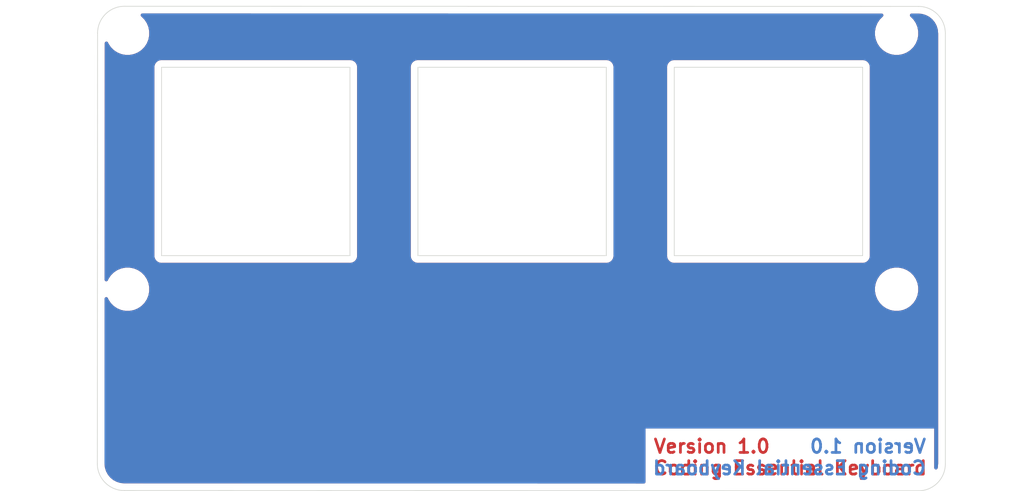
<source format=kicad_pcb>
(kicad_pcb (version 20171130) (host pcbnew "(5.1.9)-1")

  (general
    (thickness 1.6)
    (drawings 46)
    (tracks 0)
    (zones 0)
    (modules 4)
    (nets 1)
  )

  (page A4)
  (layers
    (0 F.Cu signal)
    (31 B.Cu signal)
    (32 B.Adhes user)
    (33 F.Adhes user)
    (34 B.Paste user)
    (35 F.Paste user)
    (36 B.SilkS user)
    (37 F.SilkS user)
    (38 B.Mask user)
    (39 F.Mask user)
    (40 Dwgs.User user)
    (41 Cmts.User user)
    (42 Eco1.User user)
    (43 Eco2.User user)
    (44 Edge.Cuts user)
    (45 Margin user)
    (46 B.CrtYd user)
    (47 F.CrtYd user)
    (48 B.Fab user)
    (49 F.Fab user)
  )

  (setup
    (last_trace_width 0.25)
    (trace_clearance 0.2)
    (zone_clearance 0.508)
    (zone_45_only no)
    (trace_min 0.2)
    (via_size 0.8)
    (via_drill 0.4)
    (via_min_size 0.4)
    (via_min_drill 0.3)
    (uvia_size 0.3)
    (uvia_drill 0.1)
    (uvias_allowed no)
    (uvia_min_size 0.2)
    (uvia_min_drill 0.1)
    (edge_width 0.05)
    (segment_width 0.2)
    (pcb_text_width 0.3)
    (pcb_text_size 1.5 1.5)
    (mod_edge_width 0.12)
    (mod_text_size 1 1)
    (mod_text_width 0.15)
    (pad_size 1.524 1.524)
    (pad_drill 0.762)
    (pad_to_mask_clearance 0)
    (aux_axis_origin 0 0)
    (visible_elements FFFFFF7F)
    (pcbplotparams
      (layerselection 0x010fc_ffffffff)
      (usegerberextensions false)
      (usegerberattributes true)
      (usegerberadvancedattributes true)
      (creategerberjobfile true)
      (excludeedgelayer true)
      (linewidth 0.100000)
      (plotframeref false)
      (viasonmask false)
      (mode 1)
      (useauxorigin false)
      (hpglpennumber 1)
      (hpglpenspeed 20)
      (hpglpendiameter 15.000000)
      (psnegative false)
      (psa4output false)
      (plotreference true)
      (plotvalue true)
      (plotinvisibletext false)
      (padsonsilk false)
      (subtractmaskfromsilk false)
      (outputformat 1)
      (mirror false)
      (drillshape 1)
      (scaleselection 1)
      (outputdirectory ""))
  )

  (net 0 "")

  (net_class Default "This is the default net class."
    (clearance 0.2)
    (trace_width 0.25)
    (via_dia 0.8)
    (via_drill 0.4)
    (uvia_dia 0.3)
    (uvia_drill 0.1)
  )

  (module MountingHole:MountingHole_2.2mm_M2 (layer F.Cu) (tedit 56D1B4CB) (tstamp 600EFB68)
    (at 35 39.02)
    (descr "Mounting Hole 2.2mm, no annular, M2")
    (tags "mounting hole 2.2mm no annular m2")
    (attr virtual)
    (fp_text reference M2_3 (at 0 -3.2) (layer F.SilkS) hide
      (effects (font (size 1 1) (thickness 0.15)))
    )
    (fp_text value MountingHole_2.2mm_M2 (at 0 3.2) (layer F.Fab)
      (effects (font (size 1 1) (thickness 0.15)))
    )
    (fp_circle (center 0 0) (end 2.45 0) (layer F.CrtYd) (width 0.05))
    (fp_circle (center 0 0) (end 2.2 0) (layer Cmts.User) (width 0.15))
    (fp_text user %R (at 0.3 0) (layer F.Fab)
      (effects (font (size 1 1) (thickness 0.15)))
    )
    (pad 1 np_thru_hole circle (at 0 0) (size 2.2 2.2) (drill 2.2) (layers *.Cu *.Mask))
  )

  (module MountingHole:MountingHole_2.2mm_M2 (layer F.Cu) (tedit 56D1B4CB) (tstamp 600EFB3D)
    (at 92.15 39.02)
    (descr "Mounting Hole 2.2mm, no annular, M2")
    (tags "mounting hole 2.2mm no annular m2")
    (attr virtual)
    (fp_text reference M2_4 (at 0 -3.2) (layer F.SilkS) hide
      (effects (font (size 1 1) (thickness 0.15)))
    )
    (fp_text value MountingHole_2.2mm_M2 (at 0 3.2) (layer F.Fab)
      (effects (font (size 1 1) (thickness 0.15)))
    )
    (fp_text user %R (at 0.3 0) (layer F.Fab)
      (effects (font (size 1 1) (thickness 0.15)))
    )
    (fp_circle (center 0 0) (end 2.2 0) (layer Cmts.User) (width 0.15))
    (fp_circle (center 0 0) (end 2.45 0) (layer F.CrtYd) (width 0.05))
    (pad 1 np_thru_hole circle (at 0 0) (size 2.2 2.2) (drill 2.2) (layers *.Cu *.Mask))
  )

  (module MountingHole:MountingHole_2.2mm_M2 (layer F.Cu) (tedit 56D1B4CB) (tstamp 600EFB2F)
    (at 92.15 20)
    (descr "Mounting Hole 2.2mm, no annular, M2")
    (tags "mounting hole 2.2mm no annular m2")
    (attr virtual)
    (fp_text reference M2_2 (at 0 -3.2) (layer F.SilkS) hide
      (effects (font (size 1 1) (thickness 0.15)))
    )
    (fp_text value MountingHole_2.2mm_M2 (at 0 3.2) (layer F.Fab)
      (effects (font (size 1 1) (thickness 0.15)))
    )
    (fp_circle (center 0 0) (end 2.45 0) (layer F.CrtYd) (width 0.05))
    (fp_circle (center 0 0) (end 2.2 0) (layer Cmts.User) (width 0.15))
    (fp_text user %R (at 0.3 0) (layer F.Fab)
      (effects (font (size 1 1) (thickness 0.15)))
    )
    (pad 1 np_thru_hole circle (at 0 0) (size 2.2 2.2) (drill 2.2) (layers *.Cu *.Mask))
  )

  (module MountingHole:MountingHole_2.2mm_M2 (layer F.Cu) (tedit 56D1B4CB) (tstamp 600EFAF7)
    (at 35 20)
    (descr "Mounting Hole 2.2mm, no annular, M2")
    (tags "mounting hole 2.2mm no annular m2")
    (attr virtual)
    (fp_text reference M2_1 (at 0 -3.2) (layer F.SilkS) hide
      (effects (font (size 1 1) (thickness 0.15)))
    )
    (fp_text value MountingHole_2.2mm_M2 (at 0 3.2) (layer F.Fab)
      (effects (font (size 1 1) (thickness 0.15)))
    )
    (fp_text user %R (at 0.3 0) (layer F.Fab)
      (effects (font (size 1 1) (thickness 0.15)))
    )
    (fp_circle (center 0 0) (end 2.2 0) (layer Cmts.User) (width 0.15))
    (fp_circle (center 0 0) (end 2.45 0) (layer F.CrtYd) (width 0.05))
    (pad 1 np_thru_hole circle (at 0 0) (size 2.2 2.2) (drill 2.2) (layers *.Cu *.Mask))
  )

  (gr_text "Version 1.0\nCoding Essential Keyboard" (at 94.438095 51.5) (layer B.Cu) (tstamp 600EFCD8)
    (effects (font (size 1 1) (thickness 0.2)) (justify left mirror))
  )
  (gr_text "Version 1.0\nCoding Essential Keyboard" (at 74 51.5) (layer F.Cu)
    (effects (font (size 1 1) (thickness 0.2)) (justify left))
  )
  (gr_line (start 89.625 36.525) (end 75.625 36.525) (layer Edge.Cuts) (width 0.05) (tstamp 600EFC8D))
  (gr_line (start 75.625 22.525) (end 89.625 22.525) (layer Edge.Cuts) (width 0.05) (tstamp 600EFC8C))
  (gr_line (start 75.625 36.525) (end 75.625 22.525) (layer Edge.Cuts) (width 0.05) (tstamp 600EFC8B))
  (gr_line (start 89.625 22.525) (end 89.625 36.525) (layer Edge.Cuts) (width 0.05) (tstamp 600EFC8A))
  (gr_line (start 75.624566 36.52406) (end 75.624566 22.5246) (layer Dwgs.User) (width 0.2) (tstamp 600EFC89))
  (gr_line (start 89.624116 22.5246) (end 89.624116 36.52406) (layer Dwgs.User) (width 0.2) (tstamp 600EFC88))
  (gr_line (start 89.624116 36.52406) (end 75.624566 36.52406) (layer Dwgs.User) (width 0.2) (tstamp 600EFC87))
  (gr_line (start 75.624566 22.5246) (end 89.624116 22.5246) (layer Dwgs.User) (width 0.2) (tstamp 600EFC86))
  (gr_line (start 70.575 36.525) (end 56.575 36.525) (layer Edge.Cuts) (width 0.05) (tstamp 600EFC7D))
  (gr_line (start 56.575 22.525) (end 70.575 22.525) (layer Edge.Cuts) (width 0.05) (tstamp 600EFC7C))
  (gr_line (start 56.575 36.525) (end 56.575 22.525) (layer Edge.Cuts) (width 0.05) (tstamp 600EFC7B))
  (gr_line (start 70.575 22.525) (end 70.575 36.525) (layer Edge.Cuts) (width 0.05) (tstamp 600EFC7A))
  (gr_line (start 56.574566 36.52406) (end 56.574566 22.5246) (layer Dwgs.User) (width 0.2) (tstamp 600EFC79))
  (gr_line (start 70.574116 22.5246) (end 70.574116 36.52406) (layer Dwgs.User) (width 0.2) (tstamp 600EFC78))
  (gr_line (start 70.574116 36.52406) (end 56.574566 36.52406) (layer Dwgs.User) (width 0.2) (tstamp 600EFC77))
  (gr_line (start 56.574566 22.5246) (end 70.574116 22.5246) (layer Dwgs.User) (width 0.2) (tstamp 600EFC76))
  (gr_line (start 37.525 36.525) (end 37.525 22.525) (layer Edge.Cuts) (width 0.05) (tstamp 600EFC75))
  (gr_line (start 51.525 36.525) (end 37.525 36.525) (layer Edge.Cuts) (width 0.05))
  (gr_line (start 51.525 22.525) (end 51.525 36.525) (layer Edge.Cuts) (width 0.05))
  (gr_line (start 37.525 22.525) (end 51.525 22.525) (layer Edge.Cuts) (width 0.05))
  (gr_line (start 93.77 54.000099) (end 34.750099 53.980099) (layer Edge.Cuts) (width 0.05) (tstamp 600EFC6C))
  (gr_line (start 95.770099 20) (end 95.770099 52) (layer Edge.Cuts) (width 0.05) (tstamp 600EFC6B))
  (gr_line (start 34.769901 17.989901) (end 93.77 17.999901) (layer Edge.Cuts) (width 0.05) (tstamp 600EFC57))
  (gr_line (start 32.75 51.98) (end 32.769802 19.99) (layer Edge.Cuts) (width 0.05) (tstamp 600EFC56))
  (gr_arc (start 34.750099 51.98) (end 34.750099 53.980099) (angle 90) (layer Edge.Cuts) (width 0.05) (tstamp 600EFC42))
  (gr_arc (start 34.769901 19.99) (end 32.769802 19.99) (angle 90) (layer Edge.Cuts) (width 0.05) (tstamp 600EFC3C))
  (gr_arc (start 93.77 52) (end 95.770099 52) (angle 90) (layer Edge.Cuts) (width 0.05))
  (gr_arc (start 93.77 20) (end 93.77 17.999901) (angle 90) (layer Edge.Cuts) (width 0.05))
  (gr_line (start 89.623916 36.52406) (end 75.624616 36.52406) (layer Dwgs.User) (width 0.2))
  (gr_line (start 89.623916 22.5246) (end 89.623916 36.52406) (layer Dwgs.User) (width 0.2))
  (gr_line (start 56.574616 36.52406) (end 56.574616 22.5246) (layer Dwgs.User) (width 0.2))
  (gr_line (start 75.624616 36.52406) (end 75.624616 22.5246) (layer Dwgs.User) (width 0.2))
  (gr_line (start 92.150216 39.050007) (end 35 39.050007) (layer Dwgs.User) (width 0.2))
  (gr_line (start 92.150216 20) (end 92.150216 39.050007) (layer Dwgs.User) (width 0.2))
  (gr_line (start 35 39.050007) (end 35 20) (layer Dwgs.User) (width 0.2))
  (gr_line (start 37.524566 36.52406) (end 37.524566 22.5246) (layer Dwgs.User) (width 0.2))
  (gr_line (start 51.524116 22.5246) (end 51.524116 36.52406) (layer Dwgs.User) (width 0.2))
  (gr_line (start 56.574616 22.5246) (end 70.573916 22.5246) (layer Dwgs.User) (width 0.2))
  (gr_line (start 70.573916 36.52406) (end 56.574616 36.52406) (layer Dwgs.User) (width 0.2))
  (gr_line (start 51.524116 36.52406) (end 37.524566 36.52406) (layer Dwgs.User) (width 0.2))
  (gr_line (start 75.624616 22.5246) (end 89.623916 22.5246) (layer Dwgs.User) (width 0.2))
  (gr_line (start 37.524566 22.5246) (end 51.524116 22.5246) (layer Dwgs.User) (width 0.2))
  (gr_line (start 70.573916 22.5246) (end 70.573916 36.52406) (layer Dwgs.User) (width 0.2))
  (gr_line (start 35 20) (end 92.150216 20) (layer Dwgs.User) (width 0.2))

  (zone (net 0) (net_name "") (layer F.Cu) (tstamp 0) (hatch edge 0.508)
    (connect_pads (clearance 0.508))
    (min_thickness 0.254)
    (fill yes (arc_segments 32) (thermal_gap 0.508) (thermal_bridge_width 0.508))
    (polygon
      (pts
        (xy 96 54) (xy 32 54) (xy 32 18) (xy 96 18)
      )
    )
    (filled_polygon
      (pts
        (xy 91.036902 18.659437) (xy 90.802337 18.894002) (xy 90.612463 19.178169) (xy 90.481675 19.493919) (xy 90.415 19.829117)
        (xy 90.415 20.170883) (xy 90.481675 20.506081) (xy 90.612463 20.821831) (xy 90.802337 21.105998) (xy 91.044002 21.347663)
        (xy 91.328169 21.537537) (xy 91.643919 21.668325) (xy 91.979117 21.735) (xy 92.320883 21.735) (xy 92.656081 21.668325)
        (xy 92.971831 21.537537) (xy 93.255998 21.347663) (xy 93.497663 21.105998) (xy 93.687537 20.821831) (xy 93.818325 20.506081)
        (xy 93.885 20.170883) (xy 93.885 19.829117) (xy 93.818325 19.493919) (xy 93.687537 19.178169) (xy 93.497663 18.894002)
        (xy 93.263476 18.659815) (xy 93.73766 18.659895) (xy 94.029679 18.688528) (xy 94.279467 18.763943) (xy 94.509851 18.886441)
        (xy 94.712051 19.051352) (xy 94.878369 19.252396) (xy 95.002471 19.481917) (xy 95.079628 19.731173) (xy 95.110099 20.021088)
        (xy 95.1101 51.967711) (xy 95.081472 52.259679) (xy 95.073095 52.287425) (xy 95.073095 49.245) (xy 73.365 49.245)
        (xy 73.365 53.333185) (xy 34.782499 53.320111) (xy 34.49042 53.291472) (xy 34.240633 53.216057) (xy 34.010253 53.093562)
        (xy 33.808052 52.928652) (xy 33.641732 52.727606) (xy 33.517629 52.498084) (xy 33.440471 52.248827) (xy 33.410012 51.959029)
        (xy 33.41758 39.733474) (xy 33.462463 39.841831) (xy 33.652337 40.125998) (xy 33.894002 40.367663) (xy 34.178169 40.557537)
        (xy 34.493919 40.688325) (xy 34.829117 40.755) (xy 35.170883 40.755) (xy 35.506081 40.688325) (xy 35.821831 40.557537)
        (xy 36.105998 40.367663) (xy 36.347663 40.125998) (xy 36.537537 39.841831) (xy 36.668325 39.526081) (xy 36.735 39.190883)
        (xy 36.735 38.849117) (xy 90.415 38.849117) (xy 90.415 39.190883) (xy 90.481675 39.526081) (xy 90.612463 39.841831)
        (xy 90.802337 40.125998) (xy 91.044002 40.367663) (xy 91.328169 40.557537) (xy 91.643919 40.688325) (xy 91.979117 40.755)
        (xy 92.320883 40.755) (xy 92.656081 40.688325) (xy 92.971831 40.557537) (xy 93.255998 40.367663) (xy 93.497663 40.125998)
        (xy 93.687537 39.841831) (xy 93.818325 39.526081) (xy 93.885 39.190883) (xy 93.885 38.849117) (xy 93.818325 38.513919)
        (xy 93.687537 38.198169) (xy 93.497663 37.914002) (xy 93.255998 37.672337) (xy 92.971831 37.482463) (xy 92.656081 37.351675)
        (xy 92.320883 37.285) (xy 91.979117 37.285) (xy 91.643919 37.351675) (xy 91.328169 37.482463) (xy 91.044002 37.672337)
        (xy 90.802337 37.914002) (xy 90.612463 38.198169) (xy 90.481675 38.513919) (xy 90.415 38.849117) (xy 36.735 38.849117)
        (xy 36.668325 38.513919) (xy 36.537537 38.198169) (xy 36.347663 37.914002) (xy 36.105998 37.672337) (xy 35.821831 37.482463)
        (xy 35.506081 37.351675) (xy 35.170883 37.285) (xy 34.829117 37.285) (xy 34.493919 37.351675) (xy 34.178169 37.482463)
        (xy 33.894002 37.672337) (xy 33.652337 37.914002) (xy 33.462463 38.198169) (xy 33.418465 38.304391) (xy 33.428232 22.525)
        (xy 36.861807 22.525) (xy 36.865001 22.557429) (xy 36.865 36.492581) (xy 36.861807 36.525) (xy 36.87455 36.654383)
        (xy 36.91229 36.778793) (xy 36.973575 36.89345) (xy 37.056052 36.993948) (xy 37.15655 37.076425) (xy 37.271207 37.13771)
        (xy 37.395617 37.17545) (xy 37.525 37.188193) (xy 37.557419 37.185) (xy 51.492581 37.185) (xy 51.525 37.188193)
        (xy 51.557419 37.185) (xy 51.654383 37.17545) (xy 51.778793 37.13771) (xy 51.89345 37.076425) (xy 51.993948 36.993948)
        (xy 52.076425 36.89345) (xy 52.13771 36.778793) (xy 52.17545 36.654383) (xy 52.188193 36.525) (xy 52.185 36.492581)
        (xy 52.185 22.557419) (xy 52.188193 22.525) (xy 55.911807 22.525) (xy 55.915001 22.557429) (xy 55.915 36.492581)
        (xy 55.911807 36.525) (xy 55.92455 36.654383) (xy 55.96229 36.778793) (xy 56.023575 36.89345) (xy 56.106052 36.993948)
        (xy 56.20655 37.076425) (xy 56.321207 37.13771) (xy 56.445617 37.17545) (xy 56.575 37.188193) (xy 56.607419 37.185)
        (xy 70.542581 37.185) (xy 70.575 37.188193) (xy 70.607419 37.185) (xy 70.704383 37.17545) (xy 70.828793 37.13771)
        (xy 70.94345 37.076425) (xy 71.043948 36.993948) (xy 71.126425 36.89345) (xy 71.18771 36.778793) (xy 71.22545 36.654383)
        (xy 71.238193 36.525) (xy 71.235 36.492581) (xy 71.235 22.557419) (xy 71.238193 22.525) (xy 74.961807 22.525)
        (xy 74.965001 22.557429) (xy 74.965 36.492581) (xy 74.961807 36.525) (xy 74.97455 36.654383) (xy 75.01229 36.778793)
        (xy 75.073575 36.89345) (xy 75.156052 36.993948) (xy 75.25655 37.076425) (xy 75.371207 37.13771) (xy 75.495617 37.17545)
        (xy 75.625 37.188193) (xy 75.657419 37.185) (xy 89.592581 37.185) (xy 89.625 37.188193) (xy 89.657419 37.185)
        (xy 89.754383 37.17545) (xy 89.878793 37.13771) (xy 89.99345 37.076425) (xy 90.093948 36.993948) (xy 90.176425 36.89345)
        (xy 90.23771 36.778793) (xy 90.27545 36.654383) (xy 90.288193 36.525) (xy 90.285 36.492581) (xy 90.285 22.557419)
        (xy 90.288193 22.525) (xy 90.27545 22.395617) (xy 90.23771 22.271207) (xy 90.176425 22.15655) (xy 90.093948 22.056052)
        (xy 89.99345 21.973575) (xy 89.878793 21.91229) (xy 89.754383 21.87455) (xy 89.657419 21.865) (xy 89.625 21.861807)
        (xy 89.592581 21.865) (xy 75.657419 21.865) (xy 75.625 21.861807) (xy 75.592581 21.865) (xy 75.495617 21.87455)
        (xy 75.371207 21.91229) (xy 75.25655 21.973575) (xy 75.156052 22.056052) (xy 75.073575 22.15655) (xy 75.01229 22.271207)
        (xy 74.97455 22.395617) (xy 74.961807 22.525) (xy 71.238193 22.525) (xy 71.22545 22.395617) (xy 71.18771 22.271207)
        (xy 71.126425 22.15655) (xy 71.043948 22.056052) (xy 70.94345 21.973575) (xy 70.828793 21.91229) (xy 70.704383 21.87455)
        (xy 70.607419 21.865) (xy 70.575 21.861807) (xy 70.542581 21.865) (xy 56.607419 21.865) (xy 56.575 21.861807)
        (xy 56.542581 21.865) (xy 56.445617 21.87455) (xy 56.321207 21.91229) (xy 56.20655 21.973575) (xy 56.106052 22.056052)
        (xy 56.023575 22.15655) (xy 55.96229 22.271207) (xy 55.92455 22.395617) (xy 55.911807 22.525) (xy 52.188193 22.525)
        (xy 52.17545 22.395617) (xy 52.13771 22.271207) (xy 52.076425 22.15655) (xy 51.993948 22.056052) (xy 51.89345 21.973575)
        (xy 51.778793 21.91229) (xy 51.654383 21.87455) (xy 51.557419 21.865) (xy 51.525 21.861807) (xy 51.492581 21.865)
        (xy 37.557419 21.865) (xy 37.525 21.861807) (xy 37.492581 21.865) (xy 37.395617 21.87455) (xy 37.271207 21.91229)
        (xy 37.15655 21.973575) (xy 37.056052 22.056052) (xy 36.973575 22.15655) (xy 36.91229 22.271207) (xy 36.87455 22.395617)
        (xy 36.861807 22.525) (xy 33.428232 22.525) (xy 33.429336 20.741855) (xy 33.462463 20.821831) (xy 33.652337 21.105998)
        (xy 33.894002 21.347663) (xy 34.178169 21.537537) (xy 34.493919 21.668325) (xy 34.829117 21.735) (xy 35.170883 21.735)
        (xy 35.506081 21.668325) (xy 35.821831 21.537537) (xy 36.105998 21.347663) (xy 36.347663 21.105998) (xy 36.537537 20.821831)
        (xy 36.668325 20.506081) (xy 36.735 20.170883) (xy 36.735 19.829117) (xy 36.668325 19.493919) (xy 36.537537 19.178169)
        (xy 36.347663 18.894002) (xy 36.105998 18.652337) (xy 36.10269 18.650126)
      )
    )
  )
  (zone (net 0) (net_name "") (layer B.Cu) (tstamp 0) (hatch edge 0.508)
    (connect_pads (clearance 0.508))
    (min_thickness 0.254)
    (fill yes (arc_segments 32) (thermal_gap 0.508) (thermal_bridge_width 0.508))
    (polygon
      (pts
        (xy 96 54) (xy 32 54) (xy 32 18) (xy 96 18)
      )
    )
    (filled_polygon
      (pts
        (xy 91.036902 18.659437) (xy 90.802337 18.894002) (xy 90.612463 19.178169) (xy 90.481675 19.493919) (xy 90.415 19.829117)
        (xy 90.415 20.170883) (xy 90.481675 20.506081) (xy 90.612463 20.821831) (xy 90.802337 21.105998) (xy 91.044002 21.347663)
        (xy 91.328169 21.537537) (xy 91.643919 21.668325) (xy 91.979117 21.735) (xy 92.320883 21.735) (xy 92.656081 21.668325)
        (xy 92.971831 21.537537) (xy 93.255998 21.347663) (xy 93.497663 21.105998) (xy 93.687537 20.821831) (xy 93.818325 20.506081)
        (xy 93.885 20.170883) (xy 93.885 19.829117) (xy 93.818325 19.493919) (xy 93.687537 19.178169) (xy 93.497663 18.894002)
        (xy 93.263476 18.659815) (xy 93.73766 18.659895) (xy 94.029679 18.688528) (xy 94.279467 18.763943) (xy 94.509851 18.886441)
        (xy 94.712051 19.051352) (xy 94.878369 19.252396) (xy 95.002471 19.481917) (xy 95.079628 19.731173) (xy 95.110099 20.021088)
        (xy 95.1101 51.967711) (xy 95.081472 52.259679) (xy 95.073095 52.287425) (xy 95.073095 49.245) (xy 73.365 49.245)
        (xy 73.365 53.333185) (xy 34.782499 53.320111) (xy 34.49042 53.291472) (xy 34.240633 53.216057) (xy 34.010253 53.093562)
        (xy 33.808052 52.928652) (xy 33.641732 52.727606) (xy 33.517629 52.498084) (xy 33.440471 52.248827) (xy 33.410012 51.959029)
        (xy 33.41758 39.733474) (xy 33.462463 39.841831) (xy 33.652337 40.125998) (xy 33.894002 40.367663) (xy 34.178169 40.557537)
        (xy 34.493919 40.688325) (xy 34.829117 40.755) (xy 35.170883 40.755) (xy 35.506081 40.688325) (xy 35.821831 40.557537)
        (xy 36.105998 40.367663) (xy 36.347663 40.125998) (xy 36.537537 39.841831) (xy 36.668325 39.526081) (xy 36.735 39.190883)
        (xy 36.735 38.849117) (xy 90.415 38.849117) (xy 90.415 39.190883) (xy 90.481675 39.526081) (xy 90.612463 39.841831)
        (xy 90.802337 40.125998) (xy 91.044002 40.367663) (xy 91.328169 40.557537) (xy 91.643919 40.688325) (xy 91.979117 40.755)
        (xy 92.320883 40.755) (xy 92.656081 40.688325) (xy 92.971831 40.557537) (xy 93.255998 40.367663) (xy 93.497663 40.125998)
        (xy 93.687537 39.841831) (xy 93.818325 39.526081) (xy 93.885 39.190883) (xy 93.885 38.849117) (xy 93.818325 38.513919)
        (xy 93.687537 38.198169) (xy 93.497663 37.914002) (xy 93.255998 37.672337) (xy 92.971831 37.482463) (xy 92.656081 37.351675)
        (xy 92.320883 37.285) (xy 91.979117 37.285) (xy 91.643919 37.351675) (xy 91.328169 37.482463) (xy 91.044002 37.672337)
        (xy 90.802337 37.914002) (xy 90.612463 38.198169) (xy 90.481675 38.513919) (xy 90.415 38.849117) (xy 36.735 38.849117)
        (xy 36.668325 38.513919) (xy 36.537537 38.198169) (xy 36.347663 37.914002) (xy 36.105998 37.672337) (xy 35.821831 37.482463)
        (xy 35.506081 37.351675) (xy 35.170883 37.285) (xy 34.829117 37.285) (xy 34.493919 37.351675) (xy 34.178169 37.482463)
        (xy 33.894002 37.672337) (xy 33.652337 37.914002) (xy 33.462463 38.198169) (xy 33.418465 38.304391) (xy 33.428232 22.525)
        (xy 36.861807 22.525) (xy 36.865001 22.557429) (xy 36.865 36.492581) (xy 36.861807 36.525) (xy 36.87455 36.654383)
        (xy 36.91229 36.778793) (xy 36.973575 36.89345) (xy 37.056052 36.993948) (xy 37.15655 37.076425) (xy 37.271207 37.13771)
        (xy 37.395617 37.17545) (xy 37.525 37.188193) (xy 37.557419 37.185) (xy 51.492581 37.185) (xy 51.525 37.188193)
        (xy 51.557419 37.185) (xy 51.654383 37.17545) (xy 51.778793 37.13771) (xy 51.89345 37.076425) (xy 51.993948 36.993948)
        (xy 52.076425 36.89345) (xy 52.13771 36.778793) (xy 52.17545 36.654383) (xy 52.188193 36.525) (xy 52.185 36.492581)
        (xy 52.185 22.557419) (xy 52.188193 22.525) (xy 55.911807 22.525) (xy 55.915001 22.557429) (xy 55.915 36.492581)
        (xy 55.911807 36.525) (xy 55.92455 36.654383) (xy 55.96229 36.778793) (xy 56.023575 36.89345) (xy 56.106052 36.993948)
        (xy 56.20655 37.076425) (xy 56.321207 37.13771) (xy 56.445617 37.17545) (xy 56.575 37.188193) (xy 56.607419 37.185)
        (xy 70.542581 37.185) (xy 70.575 37.188193) (xy 70.607419 37.185) (xy 70.704383 37.17545) (xy 70.828793 37.13771)
        (xy 70.94345 37.076425) (xy 71.043948 36.993948) (xy 71.126425 36.89345) (xy 71.18771 36.778793) (xy 71.22545 36.654383)
        (xy 71.238193 36.525) (xy 71.235 36.492581) (xy 71.235 22.557419) (xy 71.238193 22.525) (xy 74.961807 22.525)
        (xy 74.965001 22.557429) (xy 74.965 36.492581) (xy 74.961807 36.525) (xy 74.97455 36.654383) (xy 75.01229 36.778793)
        (xy 75.073575 36.89345) (xy 75.156052 36.993948) (xy 75.25655 37.076425) (xy 75.371207 37.13771) (xy 75.495617 37.17545)
        (xy 75.625 37.188193) (xy 75.657419 37.185) (xy 89.592581 37.185) (xy 89.625 37.188193) (xy 89.657419 37.185)
        (xy 89.754383 37.17545) (xy 89.878793 37.13771) (xy 89.99345 37.076425) (xy 90.093948 36.993948) (xy 90.176425 36.89345)
        (xy 90.23771 36.778793) (xy 90.27545 36.654383) (xy 90.288193 36.525) (xy 90.285 36.492581) (xy 90.285 22.557419)
        (xy 90.288193 22.525) (xy 90.27545 22.395617) (xy 90.23771 22.271207) (xy 90.176425 22.15655) (xy 90.093948 22.056052)
        (xy 89.99345 21.973575) (xy 89.878793 21.91229) (xy 89.754383 21.87455) (xy 89.657419 21.865) (xy 89.625 21.861807)
        (xy 89.592581 21.865) (xy 75.657419 21.865) (xy 75.625 21.861807) (xy 75.592581 21.865) (xy 75.495617 21.87455)
        (xy 75.371207 21.91229) (xy 75.25655 21.973575) (xy 75.156052 22.056052) (xy 75.073575 22.15655) (xy 75.01229 22.271207)
        (xy 74.97455 22.395617) (xy 74.961807 22.525) (xy 71.238193 22.525) (xy 71.22545 22.395617) (xy 71.18771 22.271207)
        (xy 71.126425 22.15655) (xy 71.043948 22.056052) (xy 70.94345 21.973575) (xy 70.828793 21.91229) (xy 70.704383 21.87455)
        (xy 70.607419 21.865) (xy 70.575 21.861807) (xy 70.542581 21.865) (xy 56.607419 21.865) (xy 56.575 21.861807)
        (xy 56.542581 21.865) (xy 56.445617 21.87455) (xy 56.321207 21.91229) (xy 56.20655 21.973575) (xy 56.106052 22.056052)
        (xy 56.023575 22.15655) (xy 55.96229 22.271207) (xy 55.92455 22.395617) (xy 55.911807 22.525) (xy 52.188193 22.525)
        (xy 52.17545 22.395617) (xy 52.13771 22.271207) (xy 52.076425 22.15655) (xy 51.993948 22.056052) (xy 51.89345 21.973575)
        (xy 51.778793 21.91229) (xy 51.654383 21.87455) (xy 51.557419 21.865) (xy 51.525 21.861807) (xy 51.492581 21.865)
        (xy 37.557419 21.865) (xy 37.525 21.861807) (xy 37.492581 21.865) (xy 37.395617 21.87455) (xy 37.271207 21.91229)
        (xy 37.15655 21.973575) (xy 37.056052 22.056052) (xy 36.973575 22.15655) (xy 36.91229 22.271207) (xy 36.87455 22.395617)
        (xy 36.861807 22.525) (xy 33.428232 22.525) (xy 33.429336 20.741855) (xy 33.462463 20.821831) (xy 33.652337 21.105998)
        (xy 33.894002 21.347663) (xy 34.178169 21.537537) (xy 34.493919 21.668325) (xy 34.829117 21.735) (xy 35.170883 21.735)
        (xy 35.506081 21.668325) (xy 35.821831 21.537537) (xy 36.105998 21.347663) (xy 36.347663 21.105998) (xy 36.537537 20.821831)
        (xy 36.668325 20.506081) (xy 36.735 20.170883) (xy 36.735 19.829117) (xy 36.668325 19.493919) (xy 36.537537 19.178169)
        (xy 36.347663 18.894002) (xy 36.105998 18.652337) (xy 36.10269 18.650126)
      )
    )
  )
)

</source>
